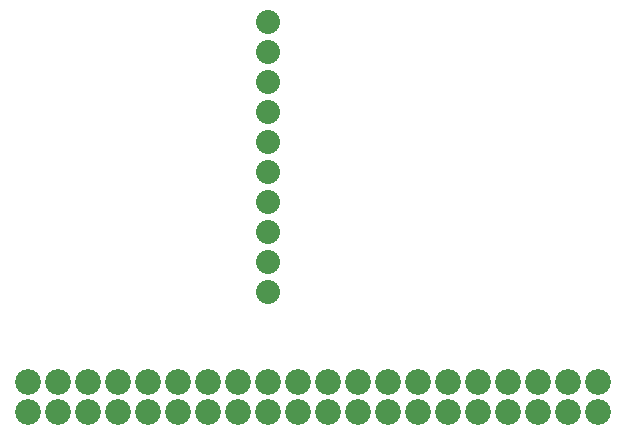
<source format=gbs>
G04 MADE WITH FRITZING*
G04 WWW.FRITZING.ORG*
G04 DOUBLE SIDED*
G04 HOLES PLATED*
G04 CONTOUR ON CENTER OF CONTOUR VECTOR*
%ASAXBY*%
%FSLAX23Y23*%
%MOIN*%
%OFA0B0*%
%SFA1.0B1.0*%
%ADD10C,0.080000*%
%ADD11C,0.085361*%
%LNMASK0*%
G90*
G70*
G54D10*
X921Y1384D03*
X921Y1284D03*
X921Y1184D03*
X921Y1084D03*
X921Y984D03*
X921Y884D03*
X921Y784D03*
X921Y684D03*
X921Y584D03*
X921Y484D03*
G54D11*
X2021Y184D03*
X1921Y184D03*
X1821Y184D03*
X1721Y184D03*
X1621Y184D03*
X1521Y184D03*
X1421Y184D03*
X1321Y184D03*
X1221Y184D03*
X1121Y184D03*
X1021Y184D03*
X921Y184D03*
X821Y184D03*
X721Y184D03*
X621Y184D03*
X521Y184D03*
X421Y184D03*
X321Y184D03*
X221Y184D03*
X121Y184D03*
X121Y84D03*
X221Y84D03*
X321Y84D03*
X421Y84D03*
X521Y84D03*
X621Y84D03*
X721Y84D03*
X821Y84D03*
X921Y84D03*
X1021Y84D03*
X1121Y84D03*
X1221Y84D03*
X1321Y84D03*
X1421Y84D03*
X1521Y84D03*
X1621Y84D03*
X1721Y84D03*
X1821Y84D03*
X1921Y84D03*
X2021Y84D03*
G04 End of Mask0*
M02*
</source>
